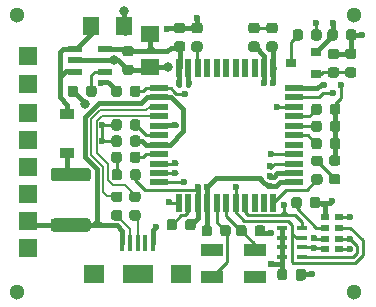
<source format=gbr>
%TF.GenerationSoftware,KiCad,Pcbnew,(5.1.6)-1*%
%TF.CreationDate,2020-10-28T17:18:19+01:00*%
%TF.ProjectId,ArduinoProMicroUSB,41726475-696e-46f5-9072-6f4d6963726f,rev?*%
%TF.SameCoordinates,Original*%
%TF.FileFunction,Copper,L1,Top*%
%TF.FilePolarity,Positive*%
%FSLAX46Y46*%
G04 Gerber Fmt 4.6, Leading zero omitted, Abs format (unit mm)*
G04 Created by KiCad (PCBNEW (5.1.6)-1) date 2020-10-28 17:18:19*
%MOMM*%
%LPD*%
G01*
G04 APERTURE LIST*
%TA.AperFunction,WasherPad*%
%ADD10C,1.300000*%
%TD*%
%TA.AperFunction,ComponentPad*%
%ADD11R,1.500000X1.500000*%
%TD*%
%TA.AperFunction,SMDPad,CuDef*%
%ADD12R,1.198880X0.548640*%
%TD*%
%TA.AperFunction,SMDPad,CuDef*%
%ADD13R,1.500000X0.550000*%
%TD*%
%TA.AperFunction,SMDPad,CuDef*%
%ADD14R,0.550000X1.500000*%
%TD*%
%TA.AperFunction,SMDPad,CuDef*%
%ADD15R,0.800000X0.500000*%
%TD*%
%TA.AperFunction,SMDPad,CuDef*%
%ADD16R,0.900000X0.400000*%
%TD*%
%TA.AperFunction,SMDPad,CuDef*%
%ADD17R,0.899160X0.797560*%
%TD*%
%TA.AperFunction,SMDPad,CuDef*%
%ADD18R,0.398780X1.399540*%
%TD*%
%TA.AperFunction,SMDPad,CuDef*%
%ADD19R,2.499360X1.498600*%
%TD*%
%TA.AperFunction,SMDPad,CuDef*%
%ADD20R,1.798320X1.498600*%
%TD*%
%TA.AperFunction,SMDPad,CuDef*%
%ADD21R,1.597660X1.399540*%
%TD*%
%TA.AperFunction,SMDPad,CuDef*%
%ADD22R,1.399540X1.597660*%
%TD*%
%TA.AperFunction,SMDPad,CuDef*%
%ADD23R,1.200000X0.900000*%
%TD*%
%TA.AperFunction,SMDPad,CuDef*%
%ADD24R,1.899920X1.099820*%
%TD*%
%TA.AperFunction,ViaPad*%
%ADD25C,0.600000*%
%TD*%
%TA.AperFunction,ViaPad*%
%ADD26C,0.800000*%
%TD*%
%TA.AperFunction,Conductor*%
%ADD27C,0.400000*%
%TD*%
%TA.AperFunction,Conductor*%
%ADD28C,0.250000*%
%TD*%
%TA.AperFunction,Conductor*%
%ADD29C,0.200000*%
%TD*%
G04 APERTURE END LIST*
D10*
%TO.P,REF\u002A\u002A,*%
%TO.N,*%
X156286200Y-75717400D03*
%TD*%
%TO.P,REF\u002A\u002A,*%
%TO.N,*%
X127762000Y-75717400D03*
%TD*%
%TO.P,REF\u002A\u002A,*%
%TO.N,*%
X127812800Y-99136200D03*
%TD*%
%TO.P,REF\u002A\u002A,*%
%TO.N,*%
X156311600Y-99136200D03*
%TD*%
%TO.P,LED1,C*%
%TO.N,GND*%
%TA.AperFunction,SMDPad,CuDef*%
G36*
G01*
X148109650Y-78796600D02*
X147597150Y-78796600D01*
G75*
G02*
X147378400Y-78577850I0J218750D01*
G01*
X147378400Y-78140350D01*
G75*
G02*
X147597150Y-77921600I218750J0D01*
G01*
X148109650Y-77921600D01*
G75*
G02*
X148328400Y-78140350I0J-218750D01*
G01*
X148328400Y-78577850D01*
G75*
G02*
X148109650Y-78796600I-218750J0D01*
G01*
G37*
%TD.AperFunction*%
%TO.P,LED1,A*%
%TO.N,Net-(LED1-PadA)*%
%TA.AperFunction,SMDPad,CuDef*%
G36*
G01*
X148109650Y-77221600D02*
X147597150Y-77221600D01*
G75*
G02*
X147378400Y-77002850I0J218750D01*
G01*
X147378400Y-76565350D01*
G75*
G02*
X147597150Y-76346600I218750J0D01*
G01*
X148109650Y-76346600D01*
G75*
G02*
X148328400Y-76565350I0J-218750D01*
G01*
X148328400Y-77002850D01*
G75*
G02*
X148109650Y-77221600I-218750J0D01*
G01*
G37*
%TD.AperFunction*%
%TD*%
%TO.P,R14,2*%
%TO.N,/BTN4*%
%TA.AperFunction,SMDPad,CuDef*%
G36*
G01*
X153586700Y-83398650D02*
X153586700Y-83911150D01*
G75*
G02*
X153367950Y-84129900I-218750J0D01*
G01*
X152930450Y-84129900D01*
G75*
G02*
X152711700Y-83911150I0J218750D01*
G01*
X152711700Y-83398650D01*
G75*
G02*
X152930450Y-83179900I218750J0D01*
G01*
X153367950Y-83179900D01*
G75*
G02*
X153586700Y-83398650I0J-218750D01*
G01*
G37*
%TD.AperFunction*%
%TO.P,R14,1*%
%TO.N,3.3V*%
%TA.AperFunction,SMDPad,CuDef*%
G36*
G01*
X155161700Y-83398650D02*
X155161700Y-83911150D01*
G75*
G02*
X154942950Y-84129900I-218750J0D01*
G01*
X154505450Y-84129900D01*
G75*
G02*
X154286700Y-83911150I0J218750D01*
G01*
X154286700Y-83398650D01*
G75*
G02*
X154505450Y-83179900I218750J0D01*
G01*
X154942950Y-83179900D01*
G75*
G02*
X155161700Y-83398650I0J-218750D01*
G01*
G37*
%TD.AperFunction*%
%TD*%
D11*
%TO.P,GND,1*%
%TO.N,GND*%
X128701800Y-95402400D03*
%TD*%
%TO.P,VCC,1*%
%TO.N,VCC*%
X128701800Y-93116400D03*
%TD*%
%TO.P,3.3,1*%
%TO.N,3.3V*%
X128701800Y-90830400D03*
%TD*%
%TO.P,SDA,1*%
%TO.N,/D2*%
X128701800Y-88544400D03*
%TD*%
%TO.P,SCL,1*%
%TO.N,/D3*%
X128701800Y-86258400D03*
%TD*%
%TO.P,CS,1*%
%TO.N,/CS*%
X128701800Y-83972400D03*
%TD*%
%TO.P,MOSI,1*%
%TO.N,/MOSI*%
X128701800Y-81546700D03*
%TD*%
%TO.P,SCK,1*%
%TO.N,/SCK*%
X128701800Y-79133700D03*
%TD*%
D12*
%TO.P,U2,5*%
%TO.N,3.3V*%
X135257540Y-78571140D03*
%TO.P,U2,4*%
%TO.N,Net-(C13-Pad1)*%
X135257540Y-80471060D03*
%TO.P,U2,3*%
%TO.N,/RAW*%
X132661660Y-80471060D03*
%TO.P,U2,2*%
%TO.N,GND*%
X132661660Y-79521100D03*
%TO.P,U2,1*%
%TO.N,/RAW*%
X132661660Y-78571140D03*
%TD*%
D13*
%TO.P,U5,1*%
%TO.N,/BTN1*%
X139803900Y-81864700D03*
%TO.P,U5,2*%
%TO.N,VCC*%
X139803900Y-82664700D03*
%TO.P,U5,3*%
%TO.N,/D-*%
X139803900Y-83464700D03*
%TO.P,U5,4*%
%TO.N,/D+*%
X139803900Y-84264700D03*
%TO.P,U5,5*%
%TO.N,GND*%
X139803900Y-85064700D03*
%TO.P,U5,6*%
%TO.N,Net-(C11-Pad2)*%
X139803900Y-85864700D03*
%TO.P,U5,7*%
%TO.N,VCC*%
X139803900Y-86664700D03*
%TO.P,U5,8*%
%TO.N,/D14*%
X139803900Y-87464700D03*
%TO.P,U5,9*%
%TO.N,/SCK*%
X139803900Y-88264700D03*
%TO.P,U5,10*%
%TO.N,/MOSI*%
X139803900Y-89064700D03*
%TO.P,U5,11*%
%TO.N,/CS*%
X139803900Y-89864700D03*
D14*
%TO.P,U5,12*%
%TO.N,/D11*%
X141503900Y-91564700D03*
%TO.P,U5,13*%
%TO.N,Net-(R4-Pad2)*%
X142303900Y-91564700D03*
%TO.P,U5,14*%
%TO.N,3.3V*%
X143103900Y-91564700D03*
%TO.P,U5,15*%
%TO.N,GND*%
X143903900Y-91564700D03*
%TO.P,U5,16*%
%TO.N,Net-(C6-Pad1)*%
X144703900Y-91564700D03*
%TO.P,U5,17*%
%TO.N,Net-(C5-Pad1)*%
X145503900Y-91564700D03*
%TO.P,U5,18*%
%TO.N,/D3*%
X146303900Y-91564700D03*
%TO.P,U5,19*%
%TO.N,/D2*%
X147103900Y-91564700D03*
%TO.P,U5,20*%
%TO.N,/RXI*%
X147903900Y-91564700D03*
%TO.P,U5,21*%
%TO.N,/TXO*%
X148703900Y-91564700D03*
%TO.P,U5,22*%
%TO.N,Net-(R6-Pad1)*%
X149503900Y-91564700D03*
D13*
%TO.P,U5,23*%
%TO.N,GND*%
X151203900Y-89864700D03*
%TO.P,U5,24*%
%TO.N,3.3V*%
X151203900Y-89064700D03*
%TO.P,U5,25*%
%TO.N,/D4*%
X151203900Y-88264700D03*
%TO.P,U5,26*%
%TO.N,/D12*%
X151203900Y-87464700D03*
%TO.P,U5,27*%
%TO.N,/D6*%
X151203900Y-86664700D03*
%TO.P,U5,28*%
%TO.N,/BTN2*%
X151203900Y-85864700D03*
%TO.P,U5,29*%
%TO.N,/BTN3*%
X151203900Y-85064700D03*
%TO.P,U5,30*%
%TO.N,/BTN4*%
X151203900Y-84264700D03*
%TO.P,U5,31*%
%TO.N,/D5*%
X151203900Y-83464700D03*
%TO.P,U5,32*%
%TO.N,/32K*%
X151203900Y-82664700D03*
%TO.P,U5,33*%
%TO.N,GND*%
X151203900Y-81864700D03*
D14*
%TO.P,U5,34*%
%TO.N,3.3V*%
X149503900Y-80164700D03*
%TO.P,U5,35*%
%TO.N,GND*%
X148703900Y-80164700D03*
%TO.P,U5,36*%
%TO.N,Net-(U5-Pad36)*%
X147903900Y-80164700D03*
%TO.P,U5,37*%
%TO.N,Net-(U5-Pad37)*%
X147103900Y-80164700D03*
%TO.P,U5,38*%
%TO.N,Net-(U5-Pad38)*%
X146303900Y-80164700D03*
%TO.P,U5,39*%
%TO.N,/A3*%
X145503900Y-80164700D03*
%TO.P,U5,40*%
%TO.N,/A4*%
X144703900Y-80164700D03*
%TO.P,U5,41*%
%TO.N,/A5*%
X143903900Y-80164700D03*
%TO.P,U5,42*%
%TO.N,/AREF*%
X143103900Y-80164700D03*
%TO.P,U5,43*%
%TO.N,GND*%
X142303900Y-80164700D03*
%TO.P,U5,44*%
%TO.N,3.3V*%
X141503900Y-80164700D03*
%TD*%
D15*
%TO.P,U1,1*%
%TO.N,/32K*%
X155057400Y-95507800D03*
%TO.P,U1,2*%
%TO.N,/D11*%
X155057400Y-94607800D03*
%TO.P,U1,3*%
%TO.N,/D3*%
X155057400Y-93707800D03*
%TO.P,U1,4*%
%TO.N,/D2*%
X155057400Y-92807800D03*
%TO.P,U1,5*%
%TO.N,GND*%
X153857400Y-92807800D03*
%TO.P,U1,6*%
%TO.N,Net-(R9-Pad1)*%
X153857400Y-93707800D03*
%TO.P,U1,7*%
%TO.N,3.3V*%
X153857400Y-94607800D03*
%TO.P,U1,8*%
%TO.N,/D12*%
X153857400Y-95507800D03*
%TD*%
D16*
%TO.P,RN2,2*%
%TO.N,3.3V*%
X150191100Y-94545200D03*
%TO.P,RN2,3*%
X150191100Y-95345200D03*
%TO.P,RN2,1*%
X150191100Y-93745200D03*
%TO.P,RN2,4*%
X150191100Y-96145200D03*
%TO.P,RN2,8*%
%TO.N,/D2*%
X151891100Y-93745200D03*
%TO.P,RN2,7*%
%TO.N,/D3*%
X151891100Y-94545200D03*
%TO.P,RN2,6*%
%TO.N,/D12*%
X151891100Y-95345200D03*
%TO.P,RN2,5*%
%TO.N,/D11*%
X151891100Y-96145200D03*
%TD*%
D17*
%TO.P,Q1,1*%
%TO.N,Net-(Q1-Pad1)*%
X153093420Y-80705960D03*
%TO.P,Q1,2*%
%TO.N,GND*%
X153093420Y-78806040D03*
%TO.P,Q1,3*%
%TO.N,Net-(Q1-Pad3)*%
X150995380Y-79756000D03*
%TD*%
%TO.P,D2,C*%
%TO.N,Net-(D2-PadC)*%
%TA.AperFunction,SMDPad,CuDef*%
G36*
G01*
X154942250Y-90023400D02*
X154429750Y-90023400D01*
G75*
G02*
X154211000Y-89804650I0J218750D01*
G01*
X154211000Y-89367150D01*
G75*
G02*
X154429750Y-89148400I218750J0D01*
G01*
X154942250Y-89148400D01*
G75*
G02*
X155161000Y-89367150I0J-218750D01*
G01*
X155161000Y-89804650D01*
G75*
G02*
X154942250Y-90023400I-218750J0D01*
G01*
G37*
%TD.AperFunction*%
%TO.P,D2,A*%
%TO.N,3.3V*%
%TA.AperFunction,SMDPad,CuDef*%
G36*
G01*
X154942250Y-88448400D02*
X154429750Y-88448400D01*
G75*
G02*
X154211000Y-88229650I0J218750D01*
G01*
X154211000Y-87792150D01*
G75*
G02*
X154429750Y-87573400I218750J0D01*
G01*
X154942250Y-87573400D01*
G75*
G02*
X155161000Y-87792150I0J-218750D01*
G01*
X155161000Y-88229650D01*
G75*
G02*
X154942250Y-88448400I-218750J0D01*
G01*
G37*
%TD.AperFunction*%
%TD*%
%TO.P,D3,A*%
%TO.N,3.3V*%
%TA.AperFunction,SMDPad,CuDef*%
G36*
G01*
X137377600Y-89461050D02*
X137377600Y-88948550D01*
G75*
G02*
X137596350Y-88729800I218750J0D01*
G01*
X138033850Y-88729800D01*
G75*
G02*
X138252600Y-88948550I0J-218750D01*
G01*
X138252600Y-89461050D01*
G75*
G02*
X138033850Y-89679800I-218750J0D01*
G01*
X137596350Y-89679800D01*
G75*
G02*
X137377600Y-89461050I0J218750D01*
G01*
G37*
%TD.AperFunction*%
%TO.P,D3,C*%
%TO.N,Net-(D3-PadC)*%
%TA.AperFunction,SMDPad,CuDef*%
G36*
G01*
X135802600Y-89461050D02*
X135802600Y-88948550D01*
G75*
G02*
X136021350Y-88729800I218750J0D01*
G01*
X136458850Y-88729800D01*
G75*
G02*
X136677600Y-88948550I0J-218750D01*
G01*
X136677600Y-89461050D01*
G75*
G02*
X136458850Y-89679800I-218750J0D01*
G01*
X136021350Y-89679800D01*
G75*
G02*
X135802600Y-89461050I0J218750D01*
G01*
G37*
%TD.AperFunction*%
%TD*%
D18*
%TO.P,U3,VBUS*%
%TO.N,VCC*%
X136712960Y-94952820D03*
D19*
%TO.P,U3,SHLD*%
%TO.N,N/C*%
X138010900Y-97650300D03*
D20*
X134332980Y-97650300D03*
X141688820Y-97650300D03*
D18*
%TO.P,U3,ID*%
%TO.N,Net-(U3-PadID)*%
X138658600Y-94952820D03*
%TO.P,U3,GND*%
%TO.N,GND*%
X139308840Y-94952820D03*
%TO.P,U3,D-*%
%TO.N,Net-(R5-Pad2)*%
X137363200Y-94952820D03*
%TO.P,U3,D+*%
%TO.N,Net-(R7-Pad2)*%
X138010900Y-94952820D03*
%TD*%
D21*
%TO.P,C2,C*%
%TO.N,GND*%
X139039600Y-80088740D03*
%TO.P,C2,A*%
%TO.N,3.3V*%
X139039600Y-77289660D03*
%TD*%
D22*
%TO.P,C1,A*%
%TO.N,/RAW*%
X134061200Y-76657200D03*
%TO.P,C1,C*%
%TO.N,GND*%
X136860280Y-76657200D03*
%TD*%
D23*
%TO.P,D1,1*%
%TO.N,/RAW*%
X132029200Y-84062300D03*
%TO.P,D1,2*%
%TO.N,Net-(D1-Pad2)*%
X132029200Y-87362300D03*
%TD*%
%TO.P,F1,1*%
%TO.N,VCC*%
%TA.AperFunction,SMDPad,CuDef*%
G36*
G01*
X133784001Y-94038400D02*
X130883999Y-94038400D01*
G75*
G02*
X130634000Y-93788401I0J249999D01*
G01*
X130634000Y-93163399D01*
G75*
G02*
X130883999Y-92913400I249999J0D01*
G01*
X133784001Y-92913400D01*
G75*
G02*
X134034000Y-93163399I0J-249999D01*
G01*
X134034000Y-93788401D01*
G75*
G02*
X133784001Y-94038400I-249999J0D01*
G01*
G37*
%TD.AperFunction*%
%TO.P,F1,2*%
%TO.N,Net-(D1-Pad2)*%
%TA.AperFunction,SMDPad,CuDef*%
G36*
G01*
X133784001Y-89763400D02*
X130883999Y-89763400D01*
G75*
G02*
X130634000Y-89513401I0J249999D01*
G01*
X130634000Y-88888399D01*
G75*
G02*
X130883999Y-88638400I249999J0D01*
G01*
X133784001Y-88638400D01*
G75*
G02*
X134034000Y-88888399I0J-249999D01*
G01*
X134034000Y-89513401D01*
G75*
G02*
X133784001Y-89763400I-249999J0D01*
G01*
G37*
%TD.AperFunction*%
%TD*%
%TO.P,R1,1*%
%TO.N,Net-(Q1-Pad1)*%
%TA.AperFunction,SMDPad,CuDef*%
G36*
G01*
X154840650Y-80981000D02*
X154328150Y-80981000D01*
G75*
G02*
X154109400Y-80762250I0J218750D01*
G01*
X154109400Y-80324750D01*
G75*
G02*
X154328150Y-80106000I218750J0D01*
G01*
X154840650Y-80106000D01*
G75*
G02*
X155059400Y-80324750I0J-218750D01*
G01*
X155059400Y-80762250D01*
G75*
G02*
X154840650Y-80981000I-218750J0D01*
G01*
G37*
%TD.AperFunction*%
%TO.P,R1,2*%
%TO.N,3.3V*%
%TA.AperFunction,SMDPad,CuDef*%
G36*
G01*
X154840650Y-79406000D02*
X154328150Y-79406000D01*
G75*
G02*
X154109400Y-79187250I0J218750D01*
G01*
X154109400Y-78749750D01*
G75*
G02*
X154328150Y-78531000I218750J0D01*
G01*
X154840650Y-78531000D01*
G75*
G02*
X155059400Y-78749750I0J-218750D01*
G01*
X155059400Y-79187250D01*
G75*
G02*
X154840650Y-79406000I-218750J0D01*
G01*
G37*
%TD.AperFunction*%
%TD*%
%TO.P,R2,1*%
%TO.N,Net-(LED1-PadA)*%
%TA.AperFunction,SMDPad,CuDef*%
G36*
G01*
X149121150Y-76346600D02*
X149633650Y-76346600D01*
G75*
G02*
X149852400Y-76565350I0J-218750D01*
G01*
X149852400Y-77002850D01*
G75*
G02*
X149633650Y-77221600I-218750J0D01*
G01*
X149121150Y-77221600D01*
G75*
G02*
X148902400Y-77002850I0J218750D01*
G01*
X148902400Y-76565350D01*
G75*
G02*
X149121150Y-76346600I218750J0D01*
G01*
G37*
%TD.AperFunction*%
%TO.P,R2,2*%
%TO.N,3.3V*%
%TA.AperFunction,SMDPad,CuDef*%
G36*
G01*
X149121150Y-77921600D02*
X149633650Y-77921600D01*
G75*
G02*
X149852400Y-78140350I0J-218750D01*
G01*
X149852400Y-78577850D01*
G75*
G02*
X149633650Y-78796600I-218750J0D01*
G01*
X149121150Y-78796600D01*
G75*
G02*
X148902400Y-78577850I0J218750D01*
G01*
X148902400Y-78140350D01*
G75*
G02*
X149121150Y-77921600I218750J0D01*
G01*
G37*
%TD.AperFunction*%
%TD*%
%TO.P,R3,1*%
%TO.N,Net-(Q1-Pad1)*%
%TA.AperFunction,SMDPad,CuDef*%
G36*
G01*
X156301150Y-80981000D02*
X155788650Y-80981000D01*
G75*
G02*
X155569900Y-80762250I0J218750D01*
G01*
X155569900Y-80324750D01*
G75*
G02*
X155788650Y-80106000I218750J0D01*
G01*
X156301150Y-80106000D01*
G75*
G02*
X156519900Y-80324750I0J-218750D01*
G01*
X156519900Y-80762250D01*
G75*
G02*
X156301150Y-80981000I-218750J0D01*
G01*
G37*
%TD.AperFunction*%
%TO.P,R3,2*%
%TO.N,3.3V*%
%TA.AperFunction,SMDPad,CuDef*%
G36*
G01*
X156301150Y-79406000D02*
X155788650Y-79406000D01*
G75*
G02*
X155569900Y-79187250I0J218750D01*
G01*
X155569900Y-78749750D01*
G75*
G02*
X155788650Y-78531000I218750J0D01*
G01*
X156301150Y-78531000D01*
G75*
G02*
X156519900Y-78749750I0J-218750D01*
G01*
X156519900Y-79187250D01*
G75*
G02*
X156301150Y-79406000I-218750J0D01*
G01*
G37*
%TD.AperFunction*%
%TD*%
%TO.P,R4,2*%
%TO.N,Net-(R4-Pad2)*%
%TA.AperFunction,SMDPad,CuDef*%
G36*
G01*
X141331200Y-93190350D02*
X141331200Y-93702850D01*
G75*
G02*
X141112450Y-93921600I-218750J0D01*
G01*
X140674950Y-93921600D01*
G75*
G02*
X140456200Y-93702850I0J218750D01*
G01*
X140456200Y-93190350D01*
G75*
G02*
X140674950Y-92971600I218750J0D01*
G01*
X141112450Y-92971600D01*
G75*
G02*
X141331200Y-93190350I0J-218750D01*
G01*
G37*
%TD.AperFunction*%
%TO.P,R4,1*%
%TO.N,3.3V*%
%TA.AperFunction,SMDPad,CuDef*%
G36*
G01*
X142906200Y-93190350D02*
X142906200Y-93702850D01*
G75*
G02*
X142687450Y-93921600I-218750J0D01*
G01*
X142249950Y-93921600D01*
G75*
G02*
X142031200Y-93702850I0J218750D01*
G01*
X142031200Y-93190350D01*
G75*
G02*
X142249950Y-92971600I218750J0D01*
G01*
X142687450Y-92971600D01*
G75*
G02*
X142906200Y-93190350I0J-218750D01*
G01*
G37*
%TD.AperFunction*%
%TD*%
%TO.P,R5,1*%
%TO.N,/D-*%
%TA.AperFunction,SMDPad,CuDef*%
G36*
G01*
X135981350Y-90634100D02*
X136493850Y-90634100D01*
G75*
G02*
X136712600Y-90852850I0J-218750D01*
G01*
X136712600Y-91290350D01*
G75*
G02*
X136493850Y-91509100I-218750J0D01*
G01*
X135981350Y-91509100D01*
G75*
G02*
X135762600Y-91290350I0J218750D01*
G01*
X135762600Y-90852850D01*
G75*
G02*
X135981350Y-90634100I218750J0D01*
G01*
G37*
%TD.AperFunction*%
%TO.P,R5,2*%
%TO.N,Net-(R5-Pad2)*%
%TA.AperFunction,SMDPad,CuDef*%
G36*
G01*
X135981350Y-92209100D02*
X136493850Y-92209100D01*
G75*
G02*
X136712600Y-92427850I0J-218750D01*
G01*
X136712600Y-92865350D01*
G75*
G02*
X136493850Y-93084100I-218750J0D01*
G01*
X135981350Y-93084100D01*
G75*
G02*
X135762600Y-92865350I0J218750D01*
G01*
X135762600Y-92427850D01*
G75*
G02*
X135981350Y-92209100I218750J0D01*
G01*
G37*
%TD.AperFunction*%
%TD*%
%TO.P,R6,1*%
%TO.N,Net-(R6-Pad1)*%
%TA.AperFunction,SMDPad,CuDef*%
G36*
G01*
X153443650Y-90043400D02*
X152931150Y-90043400D01*
G75*
G02*
X152712400Y-89824650I0J218750D01*
G01*
X152712400Y-89387150D01*
G75*
G02*
X152931150Y-89168400I218750J0D01*
G01*
X153443650Y-89168400D01*
G75*
G02*
X153662400Y-89387150I0J-218750D01*
G01*
X153662400Y-89824650D01*
G75*
G02*
X153443650Y-90043400I-218750J0D01*
G01*
G37*
%TD.AperFunction*%
%TO.P,R6,2*%
%TO.N,Net-(D2-PadC)*%
%TA.AperFunction,SMDPad,CuDef*%
G36*
G01*
X153443650Y-88468400D02*
X152931150Y-88468400D01*
G75*
G02*
X152712400Y-88249650I0J218750D01*
G01*
X152712400Y-87812150D01*
G75*
G02*
X152931150Y-87593400I218750J0D01*
G01*
X153443650Y-87593400D01*
G75*
G02*
X153662400Y-87812150I0J-218750D01*
G01*
X153662400Y-88249650D01*
G75*
G02*
X153443650Y-88468400I-218750J0D01*
G01*
G37*
%TD.AperFunction*%
%TD*%
%TO.P,R7,1*%
%TO.N,/D+*%
%TA.AperFunction,SMDPad,CuDef*%
G36*
G01*
X137521350Y-90634100D02*
X138033850Y-90634100D01*
G75*
G02*
X138252600Y-90852850I0J-218750D01*
G01*
X138252600Y-91290350D01*
G75*
G02*
X138033850Y-91509100I-218750J0D01*
G01*
X137521350Y-91509100D01*
G75*
G02*
X137302600Y-91290350I0J218750D01*
G01*
X137302600Y-90852850D01*
G75*
G02*
X137521350Y-90634100I218750J0D01*
G01*
G37*
%TD.AperFunction*%
%TO.P,R7,2*%
%TO.N,Net-(R7-Pad2)*%
%TA.AperFunction,SMDPad,CuDef*%
G36*
G01*
X137521350Y-92209100D02*
X138033850Y-92209100D01*
G75*
G02*
X138252600Y-92427850I0J-218750D01*
G01*
X138252600Y-92865350D01*
G75*
G02*
X138033850Y-93084100I-218750J0D01*
G01*
X137521350Y-93084100D01*
G75*
G02*
X137302600Y-92865350I0J218750D01*
G01*
X137302600Y-92427850D01*
G75*
G02*
X137521350Y-92209100I218750J0D01*
G01*
G37*
%TD.AperFunction*%
%TD*%
%TO.P,R8,2*%
%TO.N,Net-(Q1-Pad3)*%
%TA.AperFunction,SMDPad,CuDef*%
G36*
G01*
X151999200Y-77112150D02*
X151999200Y-77624650D01*
G75*
G02*
X151780450Y-77843400I-218750J0D01*
G01*
X151342950Y-77843400D01*
G75*
G02*
X151124200Y-77624650I0J218750D01*
G01*
X151124200Y-77112150D01*
G75*
G02*
X151342950Y-76893400I218750J0D01*
G01*
X151780450Y-76893400D01*
G75*
G02*
X151999200Y-77112150I0J-218750D01*
G01*
G37*
%TD.AperFunction*%
%TO.P,R8,1*%
%TO.N,/LEDK*%
%TA.AperFunction,SMDPad,CuDef*%
G36*
G01*
X153574200Y-77112150D02*
X153574200Y-77624650D01*
G75*
G02*
X153355450Y-77843400I-218750J0D01*
G01*
X152917950Y-77843400D01*
G75*
G02*
X152699200Y-77624650I0J218750D01*
G01*
X152699200Y-77112150D01*
G75*
G02*
X152917950Y-76893400I218750J0D01*
G01*
X153355450Y-76893400D01*
G75*
G02*
X153574200Y-77112150I0J-218750D01*
G01*
G37*
%TD.AperFunction*%
%TD*%
%TO.P,R9,1*%
%TO.N,Net-(R9-Pad1)*%
%TA.AperFunction,SMDPad,CuDef*%
G36*
G01*
X151022600Y-91823250D02*
X151022600Y-91310750D01*
G75*
G02*
X151241350Y-91092000I218750J0D01*
G01*
X151678850Y-91092000D01*
G75*
G02*
X151897600Y-91310750I0J-218750D01*
G01*
X151897600Y-91823250D01*
G75*
G02*
X151678850Y-92042000I-218750J0D01*
G01*
X151241350Y-92042000D01*
G75*
G02*
X151022600Y-91823250I0J218750D01*
G01*
G37*
%TD.AperFunction*%
%TO.P,R9,2*%
%TO.N,GND*%
%TA.AperFunction,SMDPad,CuDef*%
G36*
G01*
X152597600Y-91823250D02*
X152597600Y-91310750D01*
G75*
G02*
X152816350Y-91092000I218750J0D01*
G01*
X153253850Y-91092000D01*
G75*
G02*
X153472600Y-91310750I0J-218750D01*
G01*
X153472600Y-91823250D01*
G75*
G02*
X153253850Y-92042000I-218750J0D01*
G01*
X152816350Y-92042000D01*
G75*
G02*
X152597600Y-91823250I0J218750D01*
G01*
G37*
%TD.AperFunction*%
%TD*%
%TO.P,R11,2*%
%TO.N,Net-(D3-PadC)*%
%TA.AperFunction,SMDPad,CuDef*%
G36*
G01*
X136657600Y-87475350D02*
X136657600Y-87987850D01*
G75*
G02*
X136438850Y-88206600I-218750J0D01*
G01*
X136001350Y-88206600D01*
G75*
G02*
X135782600Y-87987850I0J218750D01*
G01*
X135782600Y-87475350D01*
G75*
G02*
X136001350Y-87256600I218750J0D01*
G01*
X136438850Y-87256600D01*
G75*
G02*
X136657600Y-87475350I0J-218750D01*
G01*
G37*
%TD.AperFunction*%
%TO.P,R11,1*%
%TO.N,/D14*%
%TA.AperFunction,SMDPad,CuDef*%
G36*
G01*
X138232600Y-87475350D02*
X138232600Y-87987850D01*
G75*
G02*
X138013850Y-88206600I-218750J0D01*
G01*
X137576350Y-88206600D01*
G75*
G02*
X137357600Y-87987850I0J218750D01*
G01*
X137357600Y-87475350D01*
G75*
G02*
X137576350Y-87256600I218750J0D01*
G01*
X138013850Y-87256600D01*
G75*
G02*
X138232600Y-87475350I0J-218750D01*
G01*
G37*
%TD.AperFunction*%
%TD*%
%TO.P,R12,1*%
%TO.N,3.3V*%
%TA.AperFunction,SMDPad,CuDef*%
G36*
G01*
X135782600Y-82399850D02*
X135782600Y-81887350D01*
G75*
G02*
X136001350Y-81668600I218750J0D01*
G01*
X136438850Y-81668600D01*
G75*
G02*
X136657600Y-81887350I0J-218750D01*
G01*
X136657600Y-82399850D01*
G75*
G02*
X136438850Y-82618600I-218750J0D01*
G01*
X136001350Y-82618600D01*
G75*
G02*
X135782600Y-82399850I0J218750D01*
G01*
G37*
%TD.AperFunction*%
%TO.P,R12,2*%
%TO.N,/BTN1*%
%TA.AperFunction,SMDPad,CuDef*%
G36*
G01*
X137357600Y-82399850D02*
X137357600Y-81887350D01*
G75*
G02*
X137576350Y-81668600I218750J0D01*
G01*
X138013850Y-81668600D01*
G75*
G02*
X138232600Y-81887350I0J-218750D01*
G01*
X138232600Y-82399850D01*
G75*
G02*
X138013850Y-82618600I-218750J0D01*
G01*
X137576350Y-82618600D01*
G75*
G02*
X137357600Y-82399850I0J218750D01*
G01*
G37*
%TD.AperFunction*%
%TD*%
%TO.P,R13,1*%
%TO.N,3.3V*%
%TA.AperFunction,SMDPad,CuDef*%
G36*
G01*
X155161700Y-84846450D02*
X155161700Y-85358950D01*
G75*
G02*
X154942950Y-85577700I-218750J0D01*
G01*
X154505450Y-85577700D01*
G75*
G02*
X154286700Y-85358950I0J218750D01*
G01*
X154286700Y-84846450D01*
G75*
G02*
X154505450Y-84627700I218750J0D01*
G01*
X154942950Y-84627700D01*
G75*
G02*
X155161700Y-84846450I0J-218750D01*
G01*
G37*
%TD.AperFunction*%
%TO.P,R13,2*%
%TO.N,/BTN3*%
%TA.AperFunction,SMDPad,CuDef*%
G36*
G01*
X153586700Y-84846450D02*
X153586700Y-85358950D01*
G75*
G02*
X153367950Y-85577700I-218750J0D01*
G01*
X152930450Y-85577700D01*
G75*
G02*
X152711700Y-85358950I0J218750D01*
G01*
X152711700Y-84846450D01*
G75*
G02*
X152930450Y-84627700I218750J0D01*
G01*
X153367950Y-84627700D01*
G75*
G02*
X153586700Y-84846450I0J-218750D01*
G01*
G37*
%TD.AperFunction*%
%TD*%
%TO.P,R15,2*%
%TO.N,/BTN2*%
%TA.AperFunction,SMDPad,CuDef*%
G36*
G01*
X153586700Y-86319650D02*
X153586700Y-86832150D01*
G75*
G02*
X153367950Y-87050900I-218750J0D01*
G01*
X152930450Y-87050900D01*
G75*
G02*
X152711700Y-86832150I0J218750D01*
G01*
X152711700Y-86319650D01*
G75*
G02*
X152930450Y-86100900I218750J0D01*
G01*
X153367950Y-86100900D01*
G75*
G02*
X153586700Y-86319650I0J-218750D01*
G01*
G37*
%TD.AperFunction*%
%TO.P,R15,1*%
%TO.N,3.3V*%
%TA.AperFunction,SMDPad,CuDef*%
G36*
G01*
X155161700Y-86319650D02*
X155161700Y-86832150D01*
G75*
G02*
X154942950Y-87050900I-218750J0D01*
G01*
X154505450Y-87050900D01*
G75*
G02*
X154286700Y-86832150I0J218750D01*
G01*
X154286700Y-86319650D01*
G75*
G02*
X154505450Y-86100900I218750J0D01*
G01*
X154942950Y-86100900D01*
G75*
G02*
X155161700Y-86319650I0J-218750D01*
G01*
G37*
%TD.AperFunction*%
%TD*%
D24*
%TO.P,Y1,1*%
%TO.N,Net-(C6-Pad1)*%
X144277080Y-97858580D03*
%TO.P,Y1,2*%
%TO.N,N/C*%
X147975320Y-97858580D03*
%TO.P,Y1,3*%
%TO.N,Net-(C5-Pad1)*%
X147975320Y-95562420D03*
%TO.P,Y1,4*%
%TO.N,N/C*%
X144277080Y-95562420D03*
%TD*%
%TO.P,C3,2*%
%TO.N,GND*%
%TA.AperFunction,SMDPad,CuDef*%
G36*
G01*
X141810450Y-77221600D02*
X141297950Y-77221600D01*
G75*
G02*
X141079200Y-77002850I0J218750D01*
G01*
X141079200Y-76565350D01*
G75*
G02*
X141297950Y-76346600I218750J0D01*
G01*
X141810450Y-76346600D01*
G75*
G02*
X142029200Y-76565350I0J-218750D01*
G01*
X142029200Y-77002850D01*
G75*
G02*
X141810450Y-77221600I-218750J0D01*
G01*
G37*
%TD.AperFunction*%
%TO.P,C3,1*%
%TO.N,3.3V*%
%TA.AperFunction,SMDPad,CuDef*%
G36*
G01*
X141810450Y-78796600D02*
X141297950Y-78796600D01*
G75*
G02*
X141079200Y-78577850I0J218750D01*
G01*
X141079200Y-78140350D01*
G75*
G02*
X141297950Y-77921600I218750J0D01*
G01*
X141810450Y-77921600D01*
G75*
G02*
X142029200Y-78140350I0J-218750D01*
G01*
X142029200Y-78577850D01*
G75*
G02*
X141810450Y-78796600I-218750J0D01*
G01*
G37*
%TD.AperFunction*%
%TD*%
%TO.P,C4,2*%
%TO.N,3.3V*%
%TA.AperFunction,SMDPad,CuDef*%
G36*
G01*
X137454350Y-79190100D02*
X136941850Y-79190100D01*
G75*
G02*
X136723100Y-78971350I0J218750D01*
G01*
X136723100Y-78533850D01*
G75*
G02*
X136941850Y-78315100I218750J0D01*
G01*
X137454350Y-78315100D01*
G75*
G02*
X137673100Y-78533850I0J-218750D01*
G01*
X137673100Y-78971350D01*
G75*
G02*
X137454350Y-79190100I-218750J0D01*
G01*
G37*
%TD.AperFunction*%
%TO.P,C4,1*%
%TO.N,GND*%
%TA.AperFunction,SMDPad,CuDef*%
G36*
G01*
X137454350Y-80765100D02*
X136941850Y-80765100D01*
G75*
G02*
X136723100Y-80546350I0J218750D01*
G01*
X136723100Y-80108850D01*
G75*
G02*
X136941850Y-79890100I218750J0D01*
G01*
X137454350Y-79890100D01*
G75*
G02*
X137673100Y-80108850I0J-218750D01*
G01*
X137673100Y-80546350D01*
G75*
G02*
X137454350Y-80765100I-218750J0D01*
G01*
G37*
%TD.AperFunction*%
%TD*%
%TO.P,C5,1*%
%TO.N,Net-(C5-Pad1)*%
%TA.AperFunction,SMDPad,CuDef*%
G36*
G01*
X146349000Y-94210850D02*
X146349000Y-93698350D01*
G75*
G02*
X146567750Y-93479600I218750J0D01*
G01*
X147005250Y-93479600D01*
G75*
G02*
X147224000Y-93698350I0J-218750D01*
G01*
X147224000Y-94210850D01*
G75*
G02*
X147005250Y-94429600I-218750J0D01*
G01*
X146567750Y-94429600D01*
G75*
G02*
X146349000Y-94210850I0J218750D01*
G01*
G37*
%TD.AperFunction*%
%TO.P,C5,2*%
%TO.N,GND*%
%TA.AperFunction,SMDPad,CuDef*%
G36*
G01*
X147924000Y-94210850D02*
X147924000Y-93698350D01*
G75*
G02*
X148142750Y-93479600I218750J0D01*
G01*
X148580250Y-93479600D01*
G75*
G02*
X148799000Y-93698350I0J-218750D01*
G01*
X148799000Y-94210850D01*
G75*
G02*
X148580250Y-94429600I-218750J0D01*
G01*
X148142750Y-94429600D01*
G75*
G02*
X147924000Y-94210850I0J218750D01*
G01*
G37*
%TD.AperFunction*%
%TD*%
%TO.P,C6,2*%
%TO.N,GND*%
%TA.AperFunction,SMDPad,CuDef*%
G36*
G01*
X144303000Y-93698350D02*
X144303000Y-94210850D01*
G75*
G02*
X144084250Y-94429600I-218750J0D01*
G01*
X143646750Y-94429600D01*
G75*
G02*
X143428000Y-94210850I0J218750D01*
G01*
X143428000Y-93698350D01*
G75*
G02*
X143646750Y-93479600I218750J0D01*
G01*
X144084250Y-93479600D01*
G75*
G02*
X144303000Y-93698350I0J-218750D01*
G01*
G37*
%TD.AperFunction*%
%TO.P,C6,1*%
%TO.N,Net-(C6-Pad1)*%
%TA.AperFunction,SMDPad,CuDef*%
G36*
G01*
X145878000Y-93698350D02*
X145878000Y-94210850D01*
G75*
G02*
X145659250Y-94429600I-218750J0D01*
G01*
X145221750Y-94429600D01*
G75*
G02*
X145003000Y-94210850I0J218750D01*
G01*
X145003000Y-93698350D01*
G75*
G02*
X145221750Y-93479600I218750J0D01*
G01*
X145659250Y-93479600D01*
G75*
G02*
X145878000Y-93698350I0J-218750D01*
G01*
G37*
%TD.AperFunction*%
%TD*%
%TO.P,C7,2*%
%TO.N,GND*%
%TA.AperFunction,SMDPad,CuDef*%
G36*
G01*
X154945600Y-77112150D02*
X154945600Y-77624650D01*
G75*
G02*
X154726850Y-77843400I-218750J0D01*
G01*
X154289350Y-77843400D01*
G75*
G02*
X154070600Y-77624650I0J218750D01*
G01*
X154070600Y-77112150D01*
G75*
G02*
X154289350Y-76893400I218750J0D01*
G01*
X154726850Y-76893400D01*
G75*
G02*
X154945600Y-77112150I0J-218750D01*
G01*
G37*
%TD.AperFunction*%
%TO.P,C7,1*%
%TO.N,3.3V*%
%TA.AperFunction,SMDPad,CuDef*%
G36*
G01*
X156520600Y-77112150D02*
X156520600Y-77624650D01*
G75*
G02*
X156301850Y-77843400I-218750J0D01*
G01*
X155864350Y-77843400D01*
G75*
G02*
X155645600Y-77624650I0J218750D01*
G01*
X155645600Y-77112150D01*
G75*
G02*
X155864350Y-76893400I218750J0D01*
G01*
X156301850Y-76893400D01*
G75*
G02*
X156520600Y-77112150I0J-218750D01*
G01*
G37*
%TD.AperFunction*%
%TD*%
%TO.P,C8,1*%
%TO.N,3.3V*%
%TA.AperFunction,SMDPad,CuDef*%
G36*
G01*
X149816100Y-97906550D02*
X149816100Y-97394050D01*
G75*
G02*
X150034850Y-97175300I218750J0D01*
G01*
X150472350Y-97175300D01*
G75*
G02*
X150691100Y-97394050I0J-218750D01*
G01*
X150691100Y-97906550D01*
G75*
G02*
X150472350Y-98125300I-218750J0D01*
G01*
X150034850Y-98125300D01*
G75*
G02*
X149816100Y-97906550I0J218750D01*
G01*
G37*
%TD.AperFunction*%
%TO.P,C8,2*%
%TO.N,GND*%
%TA.AperFunction,SMDPad,CuDef*%
G36*
G01*
X151391100Y-97906550D02*
X151391100Y-97394050D01*
G75*
G02*
X151609850Y-97175300I218750J0D01*
G01*
X152047350Y-97175300D01*
G75*
G02*
X152266100Y-97394050I0J-218750D01*
G01*
X152266100Y-97906550D01*
G75*
G02*
X152047350Y-98125300I-218750J0D01*
G01*
X151609850Y-98125300D01*
G75*
G02*
X151391100Y-97906550I0J218750D01*
G01*
G37*
%TD.AperFunction*%
%TD*%
%TO.P,C10,1*%
%TO.N,GND*%
%TA.AperFunction,SMDPad,CuDef*%
G36*
G01*
X142771150Y-76346600D02*
X143283650Y-76346600D01*
G75*
G02*
X143502400Y-76565350I0J-218750D01*
G01*
X143502400Y-77002850D01*
G75*
G02*
X143283650Y-77221600I-218750J0D01*
G01*
X142771150Y-77221600D01*
G75*
G02*
X142552400Y-77002850I0J218750D01*
G01*
X142552400Y-76565350D01*
G75*
G02*
X142771150Y-76346600I218750J0D01*
G01*
G37*
%TD.AperFunction*%
%TO.P,C10,2*%
%TO.N,/AREF*%
%TA.AperFunction,SMDPad,CuDef*%
G36*
G01*
X142771150Y-77921600D02*
X143283650Y-77921600D01*
G75*
G02*
X143502400Y-78140350I0J-218750D01*
G01*
X143502400Y-78577850D01*
G75*
G02*
X143283650Y-78796600I-218750J0D01*
G01*
X142771150Y-78796600D01*
G75*
G02*
X142552400Y-78577850I0J218750D01*
G01*
X142552400Y-78140350D01*
G75*
G02*
X142771150Y-77921600I218750J0D01*
G01*
G37*
%TD.AperFunction*%
%TD*%
%TO.P,C11,2*%
%TO.N,Net-(C11-Pad2)*%
%TA.AperFunction,SMDPad,CuDef*%
G36*
G01*
X137357600Y-85244650D02*
X137357600Y-84732150D01*
G75*
G02*
X137576350Y-84513400I218750J0D01*
G01*
X138013850Y-84513400D01*
G75*
G02*
X138232600Y-84732150I0J-218750D01*
G01*
X138232600Y-85244650D01*
G75*
G02*
X138013850Y-85463400I-218750J0D01*
G01*
X137576350Y-85463400D01*
G75*
G02*
X137357600Y-85244650I0J218750D01*
G01*
G37*
%TD.AperFunction*%
%TO.P,C11,1*%
%TO.N,GND*%
%TA.AperFunction,SMDPad,CuDef*%
G36*
G01*
X135782600Y-85244650D02*
X135782600Y-84732150D01*
G75*
G02*
X136001350Y-84513400I218750J0D01*
G01*
X136438850Y-84513400D01*
G75*
G02*
X136657600Y-84732150I0J-218750D01*
G01*
X136657600Y-85244650D01*
G75*
G02*
X136438850Y-85463400I-218750J0D01*
G01*
X136001350Y-85463400D01*
G75*
G02*
X135782600Y-85244650I0J218750D01*
G01*
G37*
%TD.AperFunction*%
%TD*%
%TO.P,C12,1*%
%TO.N,VCC*%
%TA.AperFunction,SMDPad,CuDef*%
G36*
G01*
X138232600Y-86103750D02*
X138232600Y-86616250D01*
G75*
G02*
X138013850Y-86835000I-218750J0D01*
G01*
X137576350Y-86835000D01*
G75*
G02*
X137357600Y-86616250I0J218750D01*
G01*
X137357600Y-86103750D01*
G75*
G02*
X137576350Y-85885000I218750J0D01*
G01*
X138013850Y-85885000D01*
G75*
G02*
X138232600Y-86103750I0J-218750D01*
G01*
G37*
%TD.AperFunction*%
%TO.P,C12,2*%
%TO.N,GND*%
%TA.AperFunction,SMDPad,CuDef*%
G36*
G01*
X136657600Y-86103750D02*
X136657600Y-86616250D01*
G75*
G02*
X136438850Y-86835000I-218750J0D01*
G01*
X136001350Y-86835000D01*
G75*
G02*
X135782600Y-86616250I0J218750D01*
G01*
X135782600Y-86103750D01*
G75*
G02*
X136001350Y-85885000I218750J0D01*
G01*
X136438850Y-85885000D01*
G75*
G02*
X136657600Y-86103750I0J-218750D01*
G01*
G37*
%TD.AperFunction*%
%TD*%
%TO.P,C13,2*%
%TO.N,GND*%
%TA.AperFunction,SMDPad,CuDef*%
G36*
G01*
X132949200Y-81887350D02*
X132949200Y-82399850D01*
G75*
G02*
X132730450Y-82618600I-218750J0D01*
G01*
X132292950Y-82618600D01*
G75*
G02*
X132074200Y-82399850I0J218750D01*
G01*
X132074200Y-81887350D01*
G75*
G02*
X132292950Y-81668600I218750J0D01*
G01*
X132730450Y-81668600D01*
G75*
G02*
X132949200Y-81887350I0J-218750D01*
G01*
G37*
%TD.AperFunction*%
%TO.P,C13,1*%
%TO.N,Net-(C13-Pad1)*%
%TA.AperFunction,SMDPad,CuDef*%
G36*
G01*
X134524200Y-81887350D02*
X134524200Y-82399850D01*
G75*
G02*
X134305450Y-82618600I-218750J0D01*
G01*
X133867950Y-82618600D01*
G75*
G02*
X133649200Y-82399850I0J218750D01*
G01*
X133649200Y-81887350D01*
G75*
G02*
X133867950Y-81668600I218750J0D01*
G01*
X134305450Y-81668600D01*
G75*
G02*
X134524200Y-81887350I0J-218750D01*
G01*
G37*
%TD.AperFunction*%
%TD*%
D25*
%TO.N,3.3V*%
X149275800Y-96774000D03*
X152933400Y-94564200D03*
X134874000Y-81407000D03*
X156997400Y-77368400D03*
X143103600Y-90220800D03*
X149250400Y-89357200D03*
X149504400Y-81483200D03*
X141528800Y-81483200D03*
X155194000Y-81610200D03*
%TO.N,GND*%
X152755600Y-97612200D03*
X140462000Y-76835000D03*
X139585700Y-93599000D03*
X143002000Y-75946000D03*
X154533600Y-76327000D03*
X149275800Y-94157800D03*
X135001000Y-86360000D03*
X134975600Y-84988400D03*
X141173200Y-85039200D03*
X148691600Y-81483200D03*
X142341600Y-81483200D03*
X153822400Y-81584800D03*
D26*
X136042400Y-79502000D03*
X140563600Y-80060800D03*
X133553200Y-83185000D03*
X136880600Y-75387200D03*
D25*
X149250400Y-90170000D03*
X143916400Y-90220800D03*
X154432000Y-91465400D03*
%TO.N,/LEDK*%
X153111200Y-76327000D03*
%TO.N,/D4*%
X149250400Y-88468200D03*
%TO.N,/CS*%
X141935200Y-89814400D03*
%TO.N,/D5*%
X149809200Y-83464400D03*
%TO.N,/SCK*%
X141173200Y-88188800D03*
%TO.N,/MOSI*%
X141173200Y-89052400D03*
%TO.N,/BTN1*%
X142036800Y-82346800D03*
%TO.N,/D2*%
X156006800Y-92811600D03*
X150380700Y-91770200D03*
%TO.N,/D3*%
X146329400Y-90220800D03*
%TO.N,/D12*%
X152933400Y-95453200D03*
X149275800Y-87426800D03*
%TO.N,/D11*%
X156006800Y-94615000D03*
X140665200Y-91541600D03*
%TO.N,/32K*%
X155981400Y-95529400D03*
X154533600Y-82296000D03*
%TD*%
D27*
%TO.N,3.3V*%
X141439390Y-80100190D02*
X141503900Y-80164700D01*
X141605000Y-80063600D02*
X141503900Y-80164700D01*
X151140800Y-89001600D02*
X151203900Y-89064700D01*
X154736900Y-86563200D02*
X154724200Y-86575900D01*
X154724200Y-86575900D02*
X154546200Y-86575900D01*
X154584400Y-78968500D02*
X156006800Y-78968500D01*
X156083100Y-78892200D02*
X156006800Y-78968500D01*
X141503900Y-81559900D02*
X141528800Y-81584800D01*
X141503900Y-80164700D02*
X141503900Y-81559900D01*
X149503900Y-81482700D02*
X149504400Y-81483200D01*
X149503900Y-80164700D02*
X149503900Y-81482700D01*
X143103600Y-91564400D02*
X143103900Y-91564700D01*
D28*
X137642700Y-89204800D02*
X137769600Y-89204800D01*
D27*
X137845900Y-89204800D02*
X137845900Y-89179300D01*
X149538381Y-80199181D02*
X149503900Y-80164700D01*
X149352000Y-78460700D02*
X149503900Y-78612600D01*
X141414300Y-78346200D02*
X141528800Y-78460700D01*
X140817500Y-78460700D02*
X141528800Y-78460700D01*
X140525600Y-78752600D02*
X140817500Y-78460700D01*
X143103900Y-92887600D02*
X143103900Y-91564700D01*
X142621100Y-93370400D02*
X143103900Y-92887600D01*
X136997540Y-78552040D02*
X137198100Y-78752600D01*
X135257540Y-78552040D02*
X136997540Y-78552040D01*
X135559700Y-81483200D02*
X136220100Y-82143600D01*
X150191100Y-93745200D02*
X150191100Y-96145200D01*
X150191100Y-97587800D02*
X150253600Y-97650300D01*
X149862758Y-89064700D02*
X151203900Y-89064700D01*
D28*
X142940699Y-90489699D02*
X143103600Y-90652600D01*
X138624999Y-90489699D02*
X142940699Y-90489699D01*
X137815100Y-89679800D02*
X138624999Y-90489699D01*
X137815100Y-89204800D02*
X137815100Y-89679800D01*
D27*
X143103600Y-90652600D02*
X143103600Y-91564400D01*
X143103600Y-90220800D02*
X143103600Y-90652600D01*
X154724200Y-86575900D02*
X154724200Y-83477200D01*
X154724200Y-83477200D02*
X154724200Y-83654900D01*
X156083100Y-78930300D02*
X156044900Y-78968500D01*
X156083100Y-77368400D02*
X156083100Y-78930300D01*
X156083000Y-77368300D02*
X156083100Y-77368400D01*
D28*
X154724200Y-83654900D02*
X154724200Y-83223000D01*
X155194000Y-82753200D02*
X155194000Y-81610200D01*
X154724200Y-83223000D02*
X155194000Y-82753200D01*
X150184600Y-93738700D02*
X150191100Y-93745200D01*
D27*
X140525600Y-78752600D02*
X139357000Y-78752600D01*
X139039600Y-78435200D02*
X139039600Y-77289660D01*
X139357000Y-78752600D02*
X139039600Y-78435200D01*
X139039600Y-78486000D02*
X138773000Y-78752600D01*
X139039600Y-78435200D02*
X139039600Y-78486000D01*
X137198100Y-78752600D02*
X138773000Y-78752600D01*
X138773000Y-78752600D02*
X139357000Y-78752600D01*
X149524402Y-89408000D02*
X149250400Y-89408000D01*
X151165400Y-89103200D02*
X149829202Y-89103200D01*
X149829202Y-89103200D02*
X149524402Y-89408000D01*
X151203900Y-89064700D02*
X151165400Y-89103200D01*
X154724200Y-87972700D02*
X154686000Y-88010900D01*
X154724200Y-86575900D02*
X154724200Y-87972700D01*
X149503900Y-78485600D02*
X149503900Y-80164700D01*
X149377400Y-78359100D02*
X149503900Y-78485600D01*
X141554200Y-80114400D02*
X141503900Y-80164700D01*
X141554200Y-78359100D02*
X141554200Y-80114400D01*
D28*
X152977000Y-94607800D02*
X152933400Y-94564200D01*
X153857400Y-94607800D02*
X152977000Y-94607800D01*
D27*
X150141200Y-96723200D02*
X150191100Y-96773100D01*
X150191100Y-96773100D02*
X150191100Y-97587800D01*
X150191100Y-96145200D02*
X150191100Y-96773100D01*
X149401900Y-96773100D02*
X149352000Y-96723200D01*
X150191100Y-96773100D02*
X149401900Y-96773100D01*
X156083100Y-77368400D02*
X156997400Y-77368400D01*
X135407300Y-81330800D02*
X135559700Y-81483200D01*
X134848600Y-81330800D02*
X135407300Y-81330800D01*
%TO.N,GND*%
X143865500Y-91603100D02*
X143903900Y-91564700D01*
X143865500Y-93954600D02*
X143865500Y-91603100D01*
X151229800Y-81838800D02*
X151203900Y-81864700D01*
X139829400Y-85039200D02*
X139803900Y-85064700D01*
X141224000Y-85039200D02*
X139829400Y-85039200D01*
X142303900Y-80164700D02*
X142303900Y-81597900D01*
X143052800Y-76936500D02*
X143002000Y-76987300D01*
X153093420Y-78653640D02*
X153222860Y-78653640D01*
X154508100Y-77368400D02*
X154508100Y-76377900D01*
X148703900Y-81420100D02*
X148640800Y-81483200D01*
X148703900Y-80164700D02*
X148703900Y-81420100D01*
X143916400Y-91552200D02*
X143903900Y-91564700D01*
X143916400Y-90220800D02*
X143916400Y-91552200D01*
X147853300Y-78435200D02*
X147878800Y-78460700D01*
X151203900Y-81864700D02*
X151228800Y-81889600D01*
X151228800Y-81889600D02*
X153212800Y-81889600D01*
X153517600Y-81584800D02*
X153822400Y-81584800D01*
X153212800Y-81889600D02*
X153517600Y-81584800D01*
X136972040Y-77050900D02*
X136956800Y-77050900D01*
X136972040Y-77050900D02*
X136972040Y-76616560D01*
X136972040Y-77050900D02*
X136972040Y-77175360D01*
X138838840Y-80327600D02*
X139103100Y-80063340D01*
X139367260Y-80327500D02*
X139103100Y-80063340D01*
X138760100Y-80327600D02*
X139026900Y-80060800D01*
X137198100Y-80327600D02*
X138760100Y-80327600D01*
X137198100Y-80327600D02*
X136918800Y-80327600D01*
X136372500Y-79502000D02*
X137198100Y-80327600D01*
X136042400Y-79502000D02*
X136372500Y-79502000D01*
X139026900Y-80060800D02*
X140462000Y-80060800D01*
X140462000Y-80060800D02*
X140462000Y-80060800D01*
X132257700Y-82270500D02*
X132257700Y-82143600D01*
X132511700Y-82118100D02*
X133654800Y-83261200D01*
X132511700Y-82092800D02*
X132511700Y-82118100D01*
X136750879Y-76766601D02*
X136860280Y-76657200D01*
X139308840Y-94952820D02*
X139308840Y-93888560D01*
X139585700Y-93611700D02*
X139585700Y-93599000D01*
X139308840Y-93888560D02*
X139585700Y-93611700D01*
D28*
X151752300Y-97942400D02*
X151828600Y-97942400D01*
D27*
X151828600Y-97942400D02*
X151603660Y-97942400D01*
X151828600Y-97650300D02*
X151937612Y-97650300D01*
X148361500Y-93954600D02*
X148564600Y-93954600D01*
X149748600Y-90170000D02*
X150053900Y-89864700D01*
X150053900Y-89864700D02*
X151203900Y-89864700D01*
X149098000Y-90170000D02*
X149748600Y-90170000D01*
X141478100Y-76835000D02*
X141528800Y-76885700D01*
X136880600Y-76687680D02*
X136860280Y-76708000D01*
X136880600Y-75387200D02*
X136880600Y-76687680D01*
X132680760Y-79502000D02*
X132661660Y-79521100D01*
X136042400Y-79502000D02*
X132680760Y-79502000D01*
X153093420Y-78806040D02*
X153146760Y-78806040D01*
X153093420Y-78783080D02*
X154508100Y-77368400D01*
X153093420Y-78806040D02*
X153093420Y-78783080D01*
X148703900Y-79138800D02*
X148703900Y-80164700D01*
X147904200Y-78339100D02*
X148703900Y-79138800D01*
X140512900Y-76784100D02*
X140462000Y-76835000D01*
X141554200Y-76784100D02*
X140512900Y-76784100D01*
X141554200Y-76784100D02*
X143027400Y-76784100D01*
X143027400Y-75971400D02*
X143002000Y-75946000D01*
X143027400Y-76784100D02*
X143027400Y-75971400D01*
X151866700Y-97612200D02*
X151828600Y-97650300D01*
X152755600Y-97612200D02*
X151866700Y-97612200D01*
X153857400Y-92807800D02*
X153857400Y-91856000D01*
X153857400Y-91856000D02*
X153568400Y-91567000D01*
X153568400Y-91567000D02*
X153035100Y-91567000D01*
D28*
X135026400Y-84988400D02*
X135686800Y-84988400D01*
X135686800Y-84988400D02*
X136220100Y-84988400D01*
X135026400Y-86334600D02*
X135051800Y-86360000D01*
X135026400Y-84988400D02*
X135026400Y-86334600D01*
X135051800Y-86360000D02*
X136220100Y-86360000D01*
D27*
X154330400Y-91567000D02*
X154432000Y-91465400D01*
X153035100Y-91567000D02*
X154330400Y-91567000D01*
X148564700Y-94157800D02*
X148361500Y-93954600D01*
X149275800Y-94157800D02*
X148564700Y-94157800D01*
X143916400Y-90220800D02*
X144616401Y-89520799D01*
X148569998Y-89712800D02*
X149027198Y-90170000D01*
X144616401Y-89520799D02*
X148347199Y-89520799D01*
X148347199Y-89520799D02*
X148539200Y-89712800D01*
X149027198Y-90170000D02*
X149250400Y-90170000D01*
X148539200Y-89712800D02*
X148569998Y-89712800D01*
D28*
%TO.N,Net-(C5-Pad1)*%
X146684494Y-93954600D02*
X146786500Y-93954600D01*
X145503900Y-92672000D02*
X145503900Y-91564700D01*
X146786500Y-93954600D02*
X145503900Y-92672000D01*
X147828000Y-94996100D02*
X146786500Y-93954600D01*
X147828000Y-95402400D02*
X147828000Y-94996100D01*
%TO.N,Net-(C6-Pad1)*%
X145602841Y-94116941D02*
X145440500Y-93954600D01*
X144703900Y-93218000D02*
X144703900Y-91564700D01*
X145440500Y-93954600D02*
X144703900Y-93218000D01*
X145552041Y-96583619D02*
X145552041Y-94066141D01*
X145552041Y-94066141D02*
X145440500Y-93954600D01*
X144277080Y-97858580D02*
X145552041Y-96583619D01*
%TO.N,/AREF*%
X143103900Y-78588000D02*
X143002000Y-78486100D01*
X143027400Y-80088200D02*
X143103900Y-80164700D01*
X143027400Y-78359100D02*
X143027400Y-80088200D01*
%TO.N,Net-(C11-Pad2)*%
X138722200Y-85864700D02*
X137845900Y-84988400D01*
X139803900Y-85864700D02*
X138722200Y-85864700D01*
D27*
%TO.N,VCC*%
X139854800Y-86715600D02*
X139803900Y-86664700D01*
X137795100Y-86360000D02*
X138379200Y-86360000D01*
X138683900Y-86664700D02*
X139803900Y-86664700D01*
X138379200Y-86360000D02*
X138683900Y-86664700D01*
X131978400Y-93831500D02*
X132334000Y-93475900D01*
X132054600Y-93755300D02*
X132334000Y-93475900D01*
X134583389Y-88733506D02*
X134583389Y-93102211D01*
X133577998Y-87728115D02*
X134583389Y-88733506D01*
X134583389Y-93102211D02*
X134209700Y-93475900D01*
X138771779Y-82664700D02*
X138296789Y-83139690D01*
X134209700Y-93475900D02*
X132334000Y-93475900D01*
X138296789Y-83139690D02*
X134745205Y-83139690D01*
X134745205Y-83139690D02*
X133577998Y-84306897D01*
X139803900Y-82664700D02*
X138771779Y-82664700D01*
X133577998Y-84306897D02*
X133577998Y-87728115D01*
X134583389Y-93102211D02*
X134583389Y-93181389D01*
X134583389Y-93181389D02*
X134886110Y-93484110D01*
X134217910Y-93484110D02*
X134209700Y-93475900D01*
X134886110Y-93484110D02*
X134217910Y-93484110D01*
X129061300Y-93475900D02*
X128701800Y-93116400D01*
X132334000Y-93475900D02*
X129061300Y-93475900D01*
X136712960Y-93939360D02*
X136712960Y-94952820D01*
X136257710Y-93484110D02*
X136712960Y-93939360D01*
X134886110Y-93484110D02*
X136257710Y-93484110D01*
X139804000Y-86664800D02*
X139803900Y-86664700D01*
X140861424Y-82664700D02*
X139803900Y-82664700D01*
X141873201Y-83676477D02*
X140861424Y-82664700D01*
X140741500Y-86664700D02*
X141873201Y-85532999D01*
X141873201Y-85532999D02*
X141873201Y-83676477D01*
X139803900Y-86664700D02*
X140741500Y-86664700D01*
D28*
%TO.N,Net-(C13-Pad1)*%
X133781900Y-82130900D02*
X133870700Y-82130900D01*
X133769200Y-82156300D02*
X133769200Y-81927600D01*
X135244840Y-80451960D02*
X135257540Y-80451960D01*
X134408100Y-80471060D02*
X135257540Y-80471060D01*
X134086700Y-80792460D02*
X134408100Y-80471060D01*
X134086700Y-82092800D02*
X134086700Y-80792460D01*
D27*
%TO.N,/RAW*%
X132029200Y-83265160D02*
X131420190Y-82656150D01*
X132029200Y-84062300D02*
X132029200Y-83265160D01*
X132661660Y-80451960D02*
X131942840Y-80451960D01*
X131420190Y-82656150D02*
X131420190Y-80974610D01*
X131942840Y-80451960D02*
X131420190Y-80974610D01*
X131420190Y-80974610D02*
X131420190Y-78794070D01*
X131662220Y-78552040D02*
X132661660Y-78552040D01*
X131420190Y-78794070D02*
X131662220Y-78552040D01*
X132661660Y-78571140D02*
X132756860Y-78571140D01*
X134061200Y-77266800D02*
X134061200Y-76657200D01*
X132756860Y-78571140D02*
X134061200Y-77266800D01*
%TO.N,Net-(D1-Pad2)*%
X132194300Y-87502000D02*
X132054600Y-87362300D01*
X132029200Y-88896100D02*
X132334000Y-89200900D01*
X132029200Y-87362300D02*
X132029200Y-88896100D01*
D28*
%TO.N,/LEDK*%
X153136700Y-77368400D02*
X153136700Y-76326900D01*
%TO.N,/D4*%
X149631700Y-88264700D02*
X149250400Y-88646000D01*
X151203900Y-88264700D02*
X149631700Y-88264700D01*
%TO.N,/CS*%
X141884900Y-89864700D02*
X141935200Y-89814400D01*
X139803900Y-89864700D02*
X141884900Y-89864700D01*
%TO.N,/D5*%
X151152800Y-83413600D02*
X151203900Y-83464700D01*
X151203600Y-83464400D02*
X151203900Y-83464700D01*
X149860000Y-83464400D02*
X151203600Y-83464400D01*
%TO.N,/SCK*%
X141262400Y-88264700D02*
X141351000Y-88176100D01*
X139803900Y-88264700D02*
X141262400Y-88264700D01*
%TO.N,/MOSI*%
X141350600Y-89064700D02*
X141351000Y-89065100D01*
X139803900Y-89064700D02*
X141350600Y-89064700D01*
%TO.N,Net-(Q1-Pad1)*%
X155996740Y-80553560D02*
X156006800Y-80543500D01*
X153093420Y-80705960D02*
X153532840Y-80705960D01*
X153695300Y-80543500D02*
X154584400Y-80543500D01*
X153532840Y-80705960D02*
X153695300Y-80543500D01*
X154584400Y-80543500D02*
X156044900Y-80543500D01*
%TO.N,Net-(Q1-Pad3)*%
X150995380Y-77934720D02*
X151561700Y-77368400D01*
X150995380Y-79756000D02*
X150995380Y-77934720D01*
%TO.N,Net-(LED1-PadA)*%
X149047200Y-76580900D02*
X149352000Y-76885700D01*
X149357400Y-76764100D02*
X149377400Y-76784100D01*
X147904200Y-76764100D02*
X149357400Y-76764100D01*
%TO.N,Net-(R4-Pad2)*%
X141700599Y-92639701D02*
X140893700Y-93446600D01*
X142303900Y-92374702D02*
X142038901Y-92639701D01*
X142038901Y-92639701D02*
X141700599Y-92639701D01*
X142303900Y-91564700D02*
X142303900Y-92374702D01*
D29*
%TO.N,/D-*%
X135445400Y-91033500D02*
X136169400Y-91033500D01*
X135083399Y-90671499D02*
X135445400Y-91033500D01*
X139038898Y-83464700D02*
X138740199Y-83763399D01*
X134078008Y-87521005D02*
X135083399Y-88526396D01*
X139803900Y-83464700D02*
X139038898Y-83464700D01*
X138740199Y-83763399D02*
X134828616Y-83763399D01*
X135083399Y-88526396D02*
X135083399Y-90671499D01*
X134078008Y-84514007D02*
X134078008Y-87521005D01*
X134828616Y-83763399D02*
X134078008Y-84514007D01*
%TO.N,Net-(R5-Pad2)*%
X137363200Y-93802300D02*
X137363200Y-94952820D01*
X136169400Y-92608500D02*
X137363200Y-93802300D01*
D28*
%TO.N,Net-(D2-PadC)*%
X153187400Y-88036300D02*
X153365100Y-88036300D01*
X153187400Y-88087300D02*
X154686000Y-89585900D01*
X153187400Y-88036300D02*
X153187400Y-88087300D01*
%TO.N,Net-(R6-Pad1)*%
X150603899Y-90464701D02*
X149503900Y-91564700D01*
X152333999Y-90464701D02*
X153187400Y-89611300D01*
X150603899Y-90464701D02*
X152333999Y-90464701D01*
D29*
%TO.N,/D+*%
X139803900Y-84264700D02*
X139640297Y-84264700D01*
X135015008Y-84213390D02*
X134527999Y-84700399D01*
X139640297Y-84264700D02*
X139588987Y-84213390D01*
X139588987Y-84213390D02*
X135015008Y-84213390D01*
X134527999Y-84700399D02*
X134527999Y-87334599D01*
X134527999Y-87334599D02*
X135533390Y-88339990D01*
X137858500Y-91033600D02*
X136944100Y-90119200D01*
X135945860Y-90119200D02*
X136944100Y-90119200D01*
X135502590Y-89675930D02*
X135945860Y-90119200D01*
X135533390Y-88494610D02*
X135502590Y-88525410D01*
X135502590Y-88525410D02*
X135502590Y-89675930D01*
X135533390Y-88339990D02*
X135533390Y-88494610D01*
%TO.N,Net-(R7-Pad2)*%
X138010900Y-92761000D02*
X137858500Y-92608600D01*
X138010900Y-94952820D02*
X138010900Y-92761000D01*
D28*
%TO.N,Net-(R9-Pad1)*%
X151460100Y-92024100D02*
X151460100Y-91567000D01*
X151460100Y-91567000D02*
X151460100Y-91922500D01*
X151460100Y-91567000D02*
X151460100Y-91592300D01*
X151637900Y-91567000D02*
X151637900Y-91871700D01*
X153857400Y-93707800D02*
X153143800Y-93707800D01*
X153143800Y-93707800D02*
X151460100Y-92024100D01*
%TO.N,/D14*%
X139803900Y-87464700D02*
X138747700Y-87464700D01*
X138480800Y-87731600D02*
X137795100Y-87731600D01*
X138747700Y-87464700D02*
X138480800Y-87731600D01*
%TO.N,Net-(D3-PadC)*%
X136220100Y-89154000D02*
X136270900Y-89204800D01*
X136220100Y-87731600D02*
X136220100Y-89154000D01*
%TO.N,/BTN1*%
X139803900Y-81864700D02*
X139319500Y-81864700D01*
D27*
X139801600Y-81862400D02*
X139803900Y-81864700D01*
D28*
X140803900Y-81864700D02*
X141122400Y-82183200D01*
X139803900Y-81864700D02*
X140803900Y-81864700D01*
X141122400Y-82183200D02*
X141286000Y-82346800D01*
X141579600Y-82346800D02*
X141884400Y-82346800D01*
X141579600Y-82346800D02*
X141732000Y-82346800D01*
X141286000Y-82346800D02*
X141579600Y-82346800D01*
X139803900Y-81864700D02*
X138708900Y-81864700D01*
X138708900Y-81864700D02*
X138430000Y-82143600D01*
X138430000Y-82143600D02*
X137744300Y-82143600D01*
%TO.N,/BTN3*%
X151241900Y-85102700D02*
X151203900Y-85064700D01*
X151178600Y-85090000D02*
X151203900Y-85064700D01*
X153123900Y-85064700D02*
X153161900Y-85102700D01*
X151203900Y-85064700D02*
X153123900Y-85064700D01*
%TO.N,/BTN4*%
X152552100Y-84264700D02*
X153161900Y-83654900D01*
X151203900Y-84264700D02*
X152552100Y-84264700D01*
%TO.N,/BTN2*%
X152438000Y-85864700D02*
X153149200Y-86575900D01*
X151203900Y-85864700D02*
X152438000Y-85864700D01*
%TO.N,/D2*%
X147368899Y-92639701D02*
X147103900Y-92374702D01*
X151891100Y-93745200D02*
X151822300Y-93745200D01*
X147103900Y-92374702D02*
X147103900Y-91564700D01*
X149942101Y-92639701D02*
X150082699Y-92639701D01*
X149942101Y-92639701D02*
X147368899Y-92639701D01*
X150641499Y-92639701D02*
X150450999Y-92639701D01*
X150450999Y-92639701D02*
X150311299Y-92639701D01*
X150133499Y-92639701D02*
X149942101Y-92639701D01*
X150311299Y-92639701D02*
X150133499Y-92639701D01*
X150653301Y-92639701D02*
X150450999Y-92639701D01*
X150653301Y-92639701D02*
X151288301Y-92639701D01*
X151891100Y-93242500D02*
X151891100Y-93745200D01*
X151288301Y-92639701D02*
X151891100Y-93242500D01*
X155057400Y-92807800D02*
X156003000Y-92807800D01*
X150380700Y-92392500D02*
X150406100Y-92392500D01*
X150380700Y-91770200D02*
X150380700Y-92392500D01*
X150380700Y-92392500D02*
X150133499Y-92639701D01*
X150406100Y-92392500D02*
X150653301Y-92639701D01*
%TO.N,/D3*%
X146303900Y-91564700D02*
X146303900Y-92303500D01*
X146303900Y-92374702D02*
X147018909Y-93089711D01*
X146303900Y-91564700D02*
X146303900Y-92374702D01*
X151456098Y-94545200D02*
X151891100Y-94545200D01*
X151116099Y-94205201D02*
X151456098Y-94545200D01*
X146303900Y-91564700D02*
X146303900Y-90170100D01*
X150770613Y-93089711D02*
X151116099Y-93435197D01*
X147018909Y-93089711D02*
X150770613Y-93089711D01*
X151116099Y-93435197D02*
X151116099Y-94270899D01*
X151116099Y-94205201D02*
X151116099Y-94270899D01*
X156024602Y-93707800D02*
X155057400Y-93707800D01*
X157056410Y-94739608D02*
X156024602Y-93707800D01*
X151116099Y-94270899D02*
X151116099Y-96605201D01*
X151181099Y-96670201D02*
X156402011Y-96670201D01*
X151116099Y-96605201D02*
X151181099Y-96670201D01*
X156402011Y-96670201D02*
X157056410Y-96015802D01*
X157056410Y-96015802D02*
X157056410Y-94739608D01*
%TO.N,/D12*%
X151166000Y-87426800D02*
X151203900Y-87464700D01*
X149275800Y-87426800D02*
X151166000Y-87426800D01*
X152825400Y-95345200D02*
X152933400Y-95453200D01*
X151891100Y-95345200D02*
X152825400Y-95345200D01*
X153802800Y-95453200D02*
X153857400Y-95507800D01*
X152933400Y-95453200D02*
X153802800Y-95453200D01*
%TO.N,/D11*%
X141503900Y-91564700D02*
X140692900Y-91564700D01*
X151891100Y-96145200D02*
X152217798Y-96145200D01*
X155984802Y-94607800D02*
X155057400Y-94607800D01*
X156606401Y-95214601D02*
X156006800Y-94615000D01*
X156281401Y-96154401D02*
X156606401Y-95829401D01*
X155681399Y-96154401D02*
X156281401Y-96154401D01*
X155672198Y-96145200D02*
X155681399Y-96154401D01*
X156606401Y-95829401D02*
X156606401Y-95214601D01*
X151891100Y-96145200D02*
X155672198Y-96145200D01*
%TO.N,/32K*%
X151203900Y-82664700D02*
X153352100Y-82664700D01*
X153352100Y-82664700D02*
X153720800Y-82296000D01*
X153720800Y-82296000D02*
X154584400Y-82296000D01*
X155079000Y-95529400D02*
X155057400Y-95507800D01*
X155981400Y-95529400D02*
X155079000Y-95529400D01*
%TD*%
M02*

</source>
